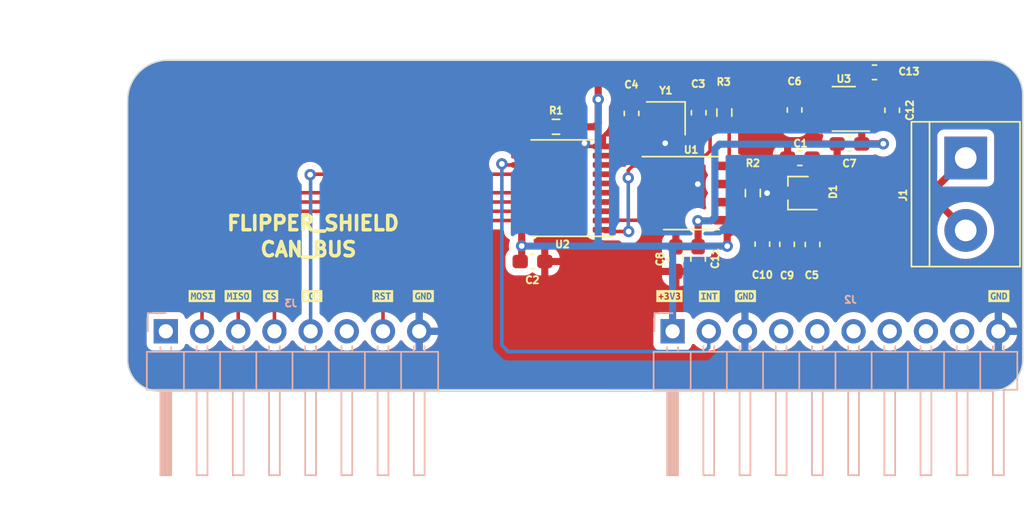
<source format=kicad_pcb>
(kicad_pcb (version 20221018) (generator pcbnew)
  (layers (0 "F.Cu" signal) (31 "B.Cu" signal) (34 "B.Paste" user) (35 "F.Paste" user) (36 "B.SilkS" user "B.Silkscreen") (37 "F.SilkS" user "F.Silkscreen") (38 "B.Mask" user) (39 "F.Mask" user) (44 "Edge.Cuts" user))
  (net 0 "")
  (net 1 "/CAN_L")
  (net 2 "GND")
  (net 3 "/SCK")
  (net 4 "+3V3")
  (net 5 "/INT")
  (net 6 "/RST")
  (net 7 "/TXD")
  (net 8 "+5V")
  (net 9 "/RXD")
  (net 10 "Net-(U1-S)")
  (net 16 "Net-(U2-OSC2)")
  (net 17 "Net-(U2-OSC1)")
  (net 21 "/MOSI")
  (net 22 "/MISO")
  (net 23 "/CS")
  (net 25 "Net-(U3-C+)")
  (net 26 "Net-(U3-C-)")
  (net 34 "/CAN_H")
  (footprint "Capacitor_SMD:C_0603_1608Metric_Pad1.08x0.95mm_HandSolder" (layer "F.Cu") (at 123.421726 85.539223 -90)
    (fp_text reference "C11" (at -0.042823 -1.190674 -90) (layer "F.SilkS") (effects (font (size 0.5 0.5) (thickness 0.125))))
    (fp_text value "0.1uf")
    (pad "1" smd roundrect (at -0.8625 0 270) (size 1.075 0.95) (layers "F.Cu" "F.Paste" "F.Mask") (net 8 "+5V"))
    (pad "2" smd roundrect (at 0.8625 0 270) (size 1.075 0.95) (layers "F.Cu" "F.Paste" "F.Mask") (net 2 "GND"))
  )
  (footprint "Capacitor_SMD:C_0603_1608Metric_Pad1.08x0.95mm_HandSolder" (layer "F.Cu") (at 127.931726 84.494223 -90)
    (fp_text reference "C10" (at 2.155777 0.001726) (layer "F.SilkS") (effects (font (size 0.5 0.5) (thickness 0.125))))
    (fp_text value "10uf" hide)
    (pad "1" smd roundrect (at -0.8625 0 270) (size 1.075 0.95) (layers "F.Cu" "F.Paste" "F.Mask") (net 4 "+3V3"))
    (pad "2" smd roundrect (at 0.8625 0 270) (size 1.075 0.95) (layers "F.Cu" "F.Paste" "F.Mask") (net 2 "GND"))
  )
  (footprint "TerminalBlock:TerminalBlock_bornier-2_P5.08mm" (layer "F.Cu") (at 142.2 78.45 -90)
    (fp_text reference "J1" (at 2.61 4.4 90) (layer "F.SilkS") (effects (font (size 0.5 0.5) (thickness 0.125))))
    (fp_text value "Conn_01x02")
    (pad "1" thru_hole rect (at 0 0 270) (size 3 3) (drill 1.52) (layers "*.Cu" "*.Mask") (net 34 "/CAN_H"))
    (pad "2" thru_hole circle (at 5.08 0 270) (size 3 3) (drill 1.52) (layers "*.Cu" "*.Mask") (net 1 "/CAN_L"))
  )
  (footprint "Resistor_SMD:R_0603_1608Metric_Pad0.98x0.95mm_HandSolder" (layer "F.Cu") (at 127.262976 80.911723 90)
    (fp_text reference "R2" (at 2.1 0) (layer "F.SilkS") (effects (font (size 0.5 0.5) (thickness 0.125))))
    (fp_text value "120")
    (pad "1" smd roundrect (at -0.9125 0 90) (size 0.975 0.95) (layers "F.Cu" "F.Paste" "F.Mask") (net 1 "/CAN_L"))
    (pad "2" smd roundrect (at 0.9125 0 90) (size 0.975 0.95) (layers "F.Cu" "F.Paste" "F.Mask") (net 34 "/CAN_H"))
  )
  (footprint "kibuzzard-644AD5FD" (layer "F.Cu") (at 104.14 88.138)
    (fp_text reference "kibuzzard-644AD5FD" hide)
    (fp_text value "G***" hide)
  )
  (footprint "Capacitor_SMD:C_0603_1608Metric_Pad1.08x0.95mm_HandSolder" (layer "F.Cu") (at 123.462976 75.274223 90)
    (fp_text reference "C3" (at 2.024223 -0.032976 180) (layer "F.SilkS") (effects (font (size 0.5 0.5) (thickness 0.125))))
    (fp_text value "22pf" hide)
    (pad "1" smd roundrect (at -0.8625 0 90) (size 1.075 0.95) (layers "F.Cu" "F.Paste" "F.Mask") (net 2 "GND"))
    (pad "2" smd roundrect (at 0.8625 0 90) (size 1.075 0.95) (layers "F.Cu" "F.Paste" "F.Mask") (net 16 "Net-(U2-OSC2)"))
  )
  (footprint "Capacitor_SMD:C_0603_1608Metric_Pad1.08x0.95mm_HandSolder" (layer "F.Cu") (at 131.451726 84.516723 90)
    (fp_text reference "C5" (at -2.153277 -0.051726 180) (layer "F.SilkS") (effects (font (size 0.5 0.5) (thickness 0.125))))
    (fp_text value "47pf")
    (pad "1" smd roundrect (at -0.8625 0 90) (size 1.075 0.95) (layers "F.Cu" "F.Paste" "F.Mask") (net 2 "GND"))
    (pad "2" smd roundrect (at 0.8625 0 90) (size 1.075 0.95) (layers "F.Cu" "F.Paste" "F.Mask") (net 1 "/CAN_L"))
  )
  (footprint "kibuzzard-644AD570" (layer "F.Cu") (at 91.1352 88.138)
    (fp_text reference "kibuzzard-644AD570" hide)
    (fp_text value "G***" hide)
  )
  (footprint "kibuzzard-644AD591" (layer "F.Cu") (at 96.3168 88.138)
    (fp_text reference "kibuzzard-644AD591" hide)
    (fp_text value "G***" hide)
  )
  (footprint "kibuzzard-644AD5B8" (layer "F.Cu") (at 101.2952 88.138)
    (fp_text reference "kibuzzard-644AD5B8" hide)
    (fp_text value "G***" hide)
  )
  (footprint "Resistor_SMD:R_0603_1608Metric_Pad0.98x0.95mm_HandSolder" (layer "F.Cu") (at 125.262976 75.261723 -90)
    (fp_text reference "R3" (at -2.15 0.05) (layer "F.SilkS") (effects (font (size 0.5 0.5) (thickness 0.125))))
    (fp_text value "10k" hide)
    (pad "1" smd roundrect (at -0.9125 0 270) (size 0.975 0.95) (layers "F.Cu" "F.Paste" "F.Mask") (net 2 "GND"))
    (pad "2" smd roundrect (at 0.9125 0 270) (size 0.975 0.95) (layers "F.Cu" "F.Paste" "F.Mask") (net 10 "Net-(U1-S)"))
  )
  (footprint "kibuzzard-644AD5FD" (layer "F.Cu") (at 126.746 88.138)
    (fp_text reference "kibuzzard-644AD5FD" hide)
    (fp_text value "G***" hide)
  )
  (footprint "Package_SO:SOIC-8_3.9x4.9mm_P1.27mm" (layer "F.Cu") (at 122.952976 80.911723)
    (fp_text reference "U1" (at -0.016976 -3.035323) (layer "F.SilkS") (effects (font (size 0.5 0.5) (thickness 0.125))))
    (fp_text value "TJA1051T/3")
    (pad "1" smd roundrect (at -2.475 -1.905) (size 1.95 0.6) (layers "F.Cu" "F.Paste" "F.Mask") (net 7 "/TXD"))
    (pad "2" smd roundrect (at -2.475 -0.635) (size 1.95 0.6) (layers "F.Cu" "F.Paste" "F.Mask") (net 2 "GND"))
    (pad "3" smd roundrect (at -2.475 0.635) (size 1.95 0.6) (layers "F.Cu" "F.Paste" "F.Mask") (net 8 "+5V"))
    (pad "4" smd roundrect (at -2.475 1.905) (size 1.95 0.6) (layers "F.Cu" "F.Paste" "F.Mask") (net 9 "/RXD"))
    (pad "5" smd roundrect (at 2.475 1.905) (size 1.95 0.6) (layers "F.Cu" "F.Paste" "F.Mask") (net 4 "+3V3"))
    (pad "6" smd roundrect (at 2.475 0.635) (size 1.95 0.6) (layers "F.Cu" "F.Paste" "F.Mask") (net 1 "/CAN_L"))
    (pad "7" smd roundrect (at 2.475 -0.635) (size 1.95 0.6) (layers "F.Cu" "F.Paste" "F.Mask") (net 34 "/CAN_H"))
    (pad "8" smd roundrect (at 2.475 -1.905) (size 1.95 0.6) (layers "F.Cu" "F.Paste" "F.Mask") (net 10 "Net-(U1-S)"))
  )
  (footprint "Capacitor_SMD:C_0603_1608Metric_Pad1.08x0.95mm_HandSolder" (layer "F.Cu") (at 118.75 75.3225 -90)
    (fp_text reference "C4" (at -2.0225 0.01 -180) (layer "F.SilkS") (effects (font (size 0.5 0.5) (thickness 0.125))))
    (fp_text value "22pf" hide)
    (pad "1" smd roundrect (at -0.8625 0 270) (size 1.075 0.95) (layers "F.Cu" "F.Paste" "F.Mask") (net 2 "GND"))
    (pad "2" smd roundrect (at 0.8625 0 270) (size 1.075 0.95) (layers "F.Cu" "F.Paste" "F.Mask") (net 17 "Net-(U2-OSC1)"))
  )
  (footprint "Capacitor_SMD:C_0603_1608Metric_Pad1.08x0.95mm_HandSolder" (layer "F.Cu") (at 135.799051 72.439998)
    (fp_text reference "C13" (at 2.420949 -0.059998) (layer "F.SilkS") (effects (font (size 0.5 0.5) (thickness 0.125))))
    (fp_text value "10uf" hide)
    (pad "1" smd roundrect (at -0.8625 0) (size 1.075 0.95) (layers "F.Cu" "F.Paste" "F.Mask") (net 4 "+3V3"))
    (pad "2" smd roundrect (at 0.8625 0) (size 1.075 0.95) (layers "F.Cu" "F.Paste" "F.Mask") (net 2 "GND"))
  )
  (footprint "Crystal:Crystal_SMD_2016-4Pin_2.0x1.6mm" (layer "F.Cu") (at 121.162976 75.661723 180)
    (fp_text reference "Y1" (at 0 1.95) (layer "F.SilkS") (effects (font (size 0.5 0.5) (thickness 0.125))))
    (fp_text value "16 Mhz")
    (pad "1" smd rect (at -0.7 0.55 180) (size 0.9 0.8) (layers "F.Cu" "F.Paste" "F.Mask") (net 16 "Net-(U2-OSC2)"))
    (pad "2" smd rect (at 0.7 0.55 180) (size 0.9 0.8) (layers "F.Cu" "F.Paste" "F.Mask") (net 2 "GND"))
    (pad "3" smd rect (at 0.7 -0.55 180) (size 0.9 0.8) (layers "F.Cu" "F.Paste" "F.Mask") (net 17 "Net-(U2-OSC1)"))
    (pad "4" smd rect (at -0.7 -0.55 180) (size 0.9 0.8) (layers "F.Cu" "F.Paste" "F.Mask") (net 2 "GND"))
  )
  (footprint "Capacitor_SMD:C_0603_1608Metric_Pad1.08x0.95mm_HandSolder" (layer "F.Cu") (at 134.04155 77.459999 180)
    (fp_text reference "C7" (at 0.00155 -1.370001) (layer "F.SilkS") (effects (font (size 0.5 0.5) (thickness 0.125))))
    (fp_text value "0.1uf")
    (pad "1" smd roundrect (at -0.8625 0 180) (size 1.075 0.95) (layers "F.Cu" "F.Paste" "F.Mask") (net 8 "+5V"))
    (pad "2" smd roundrect (at 0.8625 0 180) (size 1.075 0.95) (layers "F.Cu" "F.Paste" "F.Mask") (net 2 "GND"))
  )
  (footprint "kibuzzard-644AD57B" (layer "F.Cu") (at 88.5952 88.138)
    (fp_text reference "kibuzzard-644AD57B" hide)
    (fp_text value "G***" hide)
  )
  (footprint "Capacitor_SMD:C_0603_1608Metric_Pad1.08x0.95mm_HandSolder" (layer "F.Cu") (at 121.861726 85.546723 -90)
    (fp_text reference "C8" (at 0.000477 1.110126 -90) (layer "F.SilkS") (effects (font (size 0.5 0.5) (thickness 0.125))))
    (fp_text value "10uf" hide)
    (pad "1" smd roundrect (at -0.8625 0 270) (size 1.075 0.95) (layers "F.Cu" "F.Paste" "F.Mask") (net 8 "+5V"))
    (pad "2" smd roundrect (at 0.8625 0 270) (size 1.075 0.95) (layers "F.Cu" "F.Paste" "F.Mask") (net 2 "GND"))
  )
  (footprint "Package_TO_SOT_SMD:TSOT-23-6" (layer "F.Cu") (at 133.64155 74.999999 180)
    (fp_text reference "U3" (at 0 2.101999 180) (layer "F.SilkS") (effects (font (size 0.5 0.5) (thickness 0.125))))
    (fp_text value "AP3602AKTR-G1")
    (pad "1" smd roundrect (at -1.1375 -0.95 180) (size 1.325 0.6) (layers "F.Cu" "F.Paste" "F.Mask") (net 8 "+5V"))
    (pad "2" smd roundrect (at -1.1375 0 180) (size 1.325 0.6) (layers "F.Cu" "F.Paste" "F.Mask") (net 2 "GND"))
    (pad "3" smd roundrect (at -1.1375 0.95 180) (size 1.325 0.6) (layers "F.Cu" "F.Paste" "F.Mask") (net 4 "+3V3"))
    (pad "4" smd roundrect (at 1.1375 0.95 180) (size 1.325 0.6) (layers "F.Cu" "F.Paste" "F.Mask") (net 26 "Net-(U3-C-)"))
    (pad "5" smd roundrect (at 1.1375 0 180) (size 1.325 0.6) (layers "F.Cu" "F.Paste" "F.Mask") (net 4 "+3V3"))
    (pad "6" smd roundrect (at 1.1375 -0.95 180) (size 1.325 0.6) (layers "F.Cu" "F.Paste" "F.Mask") (net 25 "Net-(U3-C+)"))
  )
  (footprint "kibuzzard-644AD5D8" (layer "F.Cu") (at 121.412 88.138)
    (fp_text reference "kibuzzard-644AD5D8" hide)
    (fp_text value "G***" hide)
  )
  (footprint "Capacitor_SMD:C_0603_1608Metric_Pad1.08x0.95mm_HandSolder" (layer "F.Cu") (at 130.19155 75.079999 90)
    (fp_text reference "C6" (at 2.009999 -0.00155 180) (layer "F.SilkS") (effects (font (size 0.5 0.5) (thickness 0.125))))
    (fp_text value "1uf" hide)
    (pad "1" smd roundrect (at -0.8625 0 90) (size 1.075 0.95) (layers "F.Cu" "F.Paste" "F.Mask") (net 25 "Net-(U3-C+)"))
    (pad "2" smd roundrect (at 0.8625 0 90) (size 1.075 0.95) (layers "F.Cu" "F.Paste" "F.Mask") (net 26 "Net-(U3-C-)"))
  )
  (footprint "Capacitor_SMD:C_0603_1608Metric_Pad1.08x0.95mm_HandSolder" (layer "F.Cu") (at 129.661726 84.506723 -90)
    (fp_text reference "C9" (at 2.183277 0.001726) (layer "F.SilkS") (effects (font (size 0.5 0.5) (thickness 0.125))))
    (fp_text value "0.1uf" hide)
    (pad "1" smd roundrect (at -0.8625 0 270) (size 1.075 0.95) (layers "F.Cu" "F.Paste" "F.Mask") (net 4 "+3V3"))
    (pad "2" smd roundrect (at 0.8625 0 270) (size 1.075 0.95) (layers "F.Cu" "F.Paste" "F.Mask") (net 2 "GND"))
  )
  (footprint "Capacitor_SMD:C_0603_1608Metric_Pad1.08x0.95mm_HandSolder" (layer "F.Cu") (at 130.562976 78.461723 180)
    (fp_text reference "C1" (at -0.047024 1.031723) (layer "F.SilkS") (effects (font (size 0.5 0.5) (thickness 0.125))))
    (fp_text value "47pf" hide)
    (pad "1" smd roundrect (at -0.8625 0 180) (size 1.075 0.95) (layers "F.Cu" "F.Paste" "F.Mask") (net 34 "/CAN_H"))
    (pad "2" smd roundrect (at 0.8625 0 180) (size 1.075 0.95) (layers "F.Cu" "F.Paste" "F.Mask") (net 2 "GND"))
  )
  (footprint "Capacitor_SMD:C_0603_1608Metric_Pad1.08x0.95mm_HandSolder" (layer "F.Cu") (at 137.04 75.099999 90)
    (fp_text reference "C12" (at 0 1.24 90) (layer "F.SilkS") (effects (font (size 0.5 0.5) (thickness 0.125))))
    (fp_text value "10uf")
    (pad "1" smd roundrect (at -0.8625 0 90) (size 1.075 0.95) (layers "F.Cu" "F.Paste" "F.Mask") (net 8 "+5V"))
    (pad "2" smd roundrect (at 0.8625 0 90) (size 1.075 0.95) (layers "F.Cu" "F.Paste" "F.Mask") (net 2 "GND"))
  )
  (footprint "kibuzzard-644AD5FD" (layer "F.Cu") (at 144.526 88.138)
    (fp_text reference "kibuzzard-644AD5FD" hide)
    (fp_text value "G***" hide)
  )
  (footprint "Package_TO_SOT_SMD:SOT-323_SC-70" (layer "F.Cu") (at 130.4544 80.911723 180)
    (fp_text reference "D1" (at -2.4384 0.088923 90) (layer "F.SilkS") (effects (font (size 0.5 0.5) (thickness 0.125))))
    (fp_text value "PESD1CAN")
    (pad "1" smd rect (at -1 -0.65 90) (size 0.45 0.7) (layers "F.Cu" "F.Paste" "F.Mask") (net 1 "/CAN_L"))
    (pad "2" smd rect (at -1 0.65 90) (size 0.45 0.7) (layers "F.Cu" "F.Paste" "F.Mask") (net 34 "/CAN_H"))
    (pad "3" smd rect (at 1 0 90) (size 0.45 0.7) (layers "F.Cu" "F.Paste" "F.Mask") (net 2 "GND"))
  )
  (footprint "kibuzzard-644AD586" (layer "F.Cu") (at 93.4212 88.138)
    (fp_text reference "kibuzzard-644AD586" hide)
    (fp_text value "G***" hide)
  )
  (footprint "Package_SO:TSSOP-20_4.4x6.5mm_P0.65mm" (layer "F.Cu") (at 113.902976 80.561723 180)
    (fp_text reference "U2" (at 0 -3.948277) (layer "F.SilkS") (effects (font (size 0.5 0.5) (thickness 0.125))))
    (fp_text value "MCP2515-xST")
    (pad "1" smd roundrect (at -2.8625 -2.925 180) (size 1.475 0.4) (layers "F.Cu" "F.Paste" "F.Mask") (net 7 "/TXD"))
    (pad "2" smd roundrect (at -2.8625 -2.275 180) (size 1.475 0.4) (layers "F.Cu" "F.Paste" "F.Mask") (net 9 "/RXD"))
    (pad "3" smd roundrect (at -2.8625 -1.625 180) (size 1.475 0.4) (layers "F.Cu" "F.Paste" "F.Mask"))
    (pad "4" smd roundrect (at -2.8625 -0.975 180) (size 1.475 0.4) (layers "F.Cu" "F.Paste" "F.Mask"))
    (pad "5" smd roundrect (at -2.8625 -0.325 180) (size 1.475 0.4) (layers "F.Cu" "F.Paste" "F.Mask"))
    (pad "6" smd roundrect (at -2.8625 0.325 180) (size 1.475 0.4) (layers "F.Cu" "F.Paste" "F.Mask"))
    (pad "7" smd roundrect (at -2.8625 0.975 180) (size 1.475 0.4) (layers "F.Cu" "F.Paste" "F.Mask"))
    (pad "8" smd roundrect (at -2.8625 1.625 180) (size 1.475 0.4) (layers "F.Cu" "F.Paste" "F.Mask") (net 16 "Net-(U2-OSC2)"))
    (pad "9" smd roundrect (at -2.8625 2.275 180) (size 1.475 0.4) (layers "F.Cu" "F.Paste" "F.Mask") (net 17 "Net-(U2-OSC1)"))
    (pad "10" smd roundrect (at -2.8625 2.925 180) (size 1.475 0.4) (layers "F.Cu" "F.Paste" "F.Mask") (net 2 "GND"))
    (pad "11" smd roundrect (at 2.8625 2.925 180) (size 1.475 0.4) (layers "F.Cu" "F.Paste" "F.Mask"))
    (pad "12" smd roundrect (at 2.8625 2.275 180) (size 1.475 0.4) (layers "F.Cu" "F.Paste" "F.Mask"))
    (pad "13" smd roundrect (at 2.8625 1.625 180) (size 1.475 0.4) (layers "F.Cu" "F.Paste" "F.Mask") (net 5 "/INT"))
    (pad "14" smd roundrect (at 2.8625 0.975 180) (size 1.475 0.4) (layers "F.Cu" "F.Paste" "F.Mask") (net 3 "/SCK"))
    (pad "15" smd roundrect (at 2.8625 0.325 180) (size 1.475 0.4) (layers "F.Cu" "F.Paste" "F.Mask"))
    (pad "16" smd roundrect (at 2.8625 -0.325 180) (size 1.475 0.4) (layers "F.Cu" "F.Paste" "F.Mask") (net 21 "/MOSI"))
    (pad "17" smd roundrect (at 2.8625 -0.975 180) (size 1.475 0.4) (layers "F.Cu" "F.Paste" "F.Mask") (net 22 "/MISO"))
    (pad "18" smd roundrect (at 2.8625 -1.625 180) (size 1.475 0.4) (layers "F.Cu" "F.Paste" "F.Mask") (net 23 "/CS"))
    (pad "19" smd roundrect (at 2.8625 -2.275 180) (size 1.475 0.4) (layers "F.Cu" "F.Paste" "F.Mask") (net 6 "/RST"))
    (pad "20" smd roundrect (at 2.8625 -2.925 180) (size 1.475 0.4) (layers "F.Cu" "F.Paste" "F.Mask") (net 4 "+3V3"))
  )
  (footprint "kibuzzard-644AD616" (layer "F.Cu") (at 124.206 88.148716)
    (fp_text reference "kibuzzard-644AD616" hide)
    (fp_text value "G***" hide)
  )
  (footprint "Capacitor_SMD:C_0603_1608Metric_Pad1.08x0.95mm_HandSolder" (layer "F.Cu") (at 111.800476 85.711723 180)
    (fp_text reference "C2" (at 0.010476 -1.308277) (layer "F.SilkS") (effects (font (size 0.5 0.5) (thickness 0.125))))
    (fp_text value "0.1uf" hide)
    (pad "1" smd roundrect (at -0.8625 0 180) (size 1.075 0.95) (layers "F.Cu" "F.Paste" "F.Mask") (net 2 "GND"))
    (pad "2" smd roundrect (at 0.8625 0 180) (size 1.075 0.95) (layers "F.Cu" "F.Paste" "F.Mask") (net 4 "+3V3"))
  )
  (footprint "Resistor_SMD:R_0603_1608Metric_Pad0.98x0.95mm_HandSolder" (layer "F.Cu") (at 113.45 76.26 180)
    (fp_text reference "R1" (at -0.01 1.14 180) (layer "F.SilkS") (effects (font (size 0.5 0.5) (thickness 0.125))))
    (fp_text value "10k" hide)
    (pad "1" smd roundrect (at -0.9125 0 180) (size 0.975 0.95) (layers "F.Cu" "F.Paste" "F.Mask") (net 4 "+3V3"))
    (pad "2" smd roundrect (at 0.9125 0 180) (size 0.975 0.95) (layers "F.Cu" "F.Paste" "F.Mask") (net 23 "/CS"))
  )
  (footprint "Connector_PinHeader_2.54mm:PinHeader_1x08_P2.54mm_Horizontal" (layer "B.Cu") (at 86.07 90.61 -90)
    (fp_text reference "J3" (at -1.964 -8.7736) (layer "B.SilkS") (effects (font (size 0.5 0.5) (thickness 0.125)) (justify mirror)))
    (fp_text value "Conn_01x08_Socket" hide)
    (pad "1" thru_hole rect (at 0 0 270) (size 1.7 1.7) (drill 1) (layers "*.Cu" "*.Mask"))
    (pad "2" thru_hole oval (at 0 -2.54 270) (size 1.7 1.7) (drill 1) (layers "*.Cu" "*.Mask") (net 21 "/MOSI"))
    (pad "3" thru_hole oval (at 0 -5.08 270) (size 1.7 1.7) (drill 1) (layers "*.Cu" "*.Mask") (net 22 "/MISO"))
    (pad "4" thru_hole oval (at 0 -7.62 270) (size 1.7 1.7) (drill 1) (layers "*.Cu" "*.Mask") (net 23 "/CS"))
    (pad "5" thru_hole oval (at 0 -10.16 270) (size 1.7 1.7) (drill 1) (layers "*.Cu" "*.Mask") (net 3 "/SCK"))
    (pad "6" thru_hole oval (at 0 -12.7 270) (size 1.7 1.7) (drill 1) (layers "*.Cu" "*.Mask"))
    (pad "7" thru_hole oval (at 0 -15.24 270) (size 1.7 1.7) (drill 1) (layers "*.Cu" "*.Mask") (net 6 "/RST"))
    (pad "8" thru_hole oval (at 0 -17.78 270) (size 1.7 1.7) (drill 1) (layers "*.Cu" "*.Mask") (net 2 "GND"))
  )
  (footprint "Connector_PinHeader_2.54mm:PinHeader_1x10_P2.54mm_Horizontal" (layer "B.Cu") (at 121.63 90.61 -90)
    (fp_text reference "J2" (at -2.218 -12.482) (layer "B.SilkS") (effects (font (size 0.5 0.5) (thickness 0.125)) (justify mirror)))
    (fp_text value "Conn_01x10_Socket" hide)
    (pad "1" thru_hole rect (at 0 0 270) (size 1.7 1.7) (drill 1) (layers "*.Cu" "*.Mask") (net 4 "+3V3"))
    (pad "2" thru_hole oval (at 0 -2.54 270) (size 1.7 1.7) (drill 1) (layers "*.Cu" "*.Mask") (net 5 "/INT"))
    (pad "3" thru_hole oval (at 0 -5.08 270) (size 1.7 1.7) (drill 1) (layers "*.Cu" "*.Mask") (net 2 "GND"))
    (pad "4" thru_hole oval (at 0 -7.62 270) (size 1.7 1.7) (drill 1) (layers "*.Cu" "*.Mask"))
    (pad "5" thru_hole oval (at 0 -10.16 270) (size 1.7 1.7) (drill 1) (layers "*.Cu" "*.Mask"))
    (pad "6" thru_hole oval (at 0 -12.7 270) (size 1.7 1.7) (drill 1) (layers "*.Cu" "*.Mask"))
    (pad "7" thru_hole oval (at 0 -15.24 270) (size 1.7 1.7) (drill 1) (layers "*.Cu" "*.Mask"))
    (pad "8" thru_hole oval (at 0 -17.78 270) (size 1.7 1.7) (drill 1) (layers "*.Cu" "*.Mask"))
    (pad "9" thru_hole oval (at 0 -20.32 270) (size 1.7 1.7) (drill 1) (layers "*.Cu" "*.Mask"))
    (pad "10" thru_hole oval (at 0 -22.86 270) (size 1.7 1.7) (drill 1) (layers "*.Cu" "*.Mask") (net 2 "GND"))
  )
  (gr_line (start 146.2 74) (end 146.2 90.4) (stroke (width 0.1)) (layer "Edge.Cuts"))
  (gr_line (start 146.2 90.4) (end 146.2 92.6) (stroke (width 0.1)) (layer "Edge.Cuts"))
  (gr_arc (start 85.6 94.809943) (mid 84.037334 94.162666) (end 83.390057 92.6) (stroke (width 0.1)) (layer "Edge.Cuts"))
  (gr_line (start 86.2 71.592867) (end 143.8 71.592867) (stroke (width 0.1)) (layer "Edge.Cuts"))
  (gr_line (start 83.39232 90.2) (end 83.39232 92.6) (stroke (width 0.1)) (layer "Edge.Cuts"))
  (gr_line (start 83.39232 90.2) (end 83.39232 74.4) (stroke (width 0.1)) (layer "Edge.Cuts"))
  (gr_arc (start 83.392867 74.4) (mid 84.215057 72.415057) (end 86.2 71.592867) (stroke (width 0.1)) (layer "Edge.Cuts"))
  (gr_arc (start 146.2 92.6) (mid 145.555635 94.155635) (end 144 94.8) (stroke (width 0.1)) (layer "Edge.Cuts"))
  (gr_line (start 85.6 94.809943) (end 144 94.809943) (stroke (width 0.1)) (layer "Edge.Cuts"))
  (gr_arc (start 143.8 71.6) (mid 145.497056 72.302944) (end 146.2 74) (stroke (width 0.1)) (layer "Edge.Cuts"))
  (gr_text "CAN_BUS\n" (at 92.58 85.4456) (layer "F.SilkS") (effects (font (size 1 1) (thickness 0.25) bold) (justify left bottom)))
  (gr_text "FLIPPER_SHIELD\n" (at 90.24 83.6168) (layer "F.SilkS") (effects (font (size 1 1) (thickness 0.25) bold) (justify left bottom)))
  (segment (start 131.462976 83.474223) (end 131.425476 83.511723) (width 0.5) (layer "F.Cu") (net 1))
  (segment (start 131.462976 81.861723) (end 131.462976 83.642973) (width 0.5) (layer "F.Cu") (net 1))
  (segment (start 131.462976 81.861723) (end 127.300476 81.861723) (width 0.5) (layer "F.Cu") (net 1))
  (segment (start 125.602976 81.546723) (end 126.985476 81.546723) (width 0.5) (layer "F.Cu") (net 1))
  (segment (start 131.462976 83.642973) (end 131.451726 83.654223) (width 0.5) (layer "F.Cu") (net 1))
  (segment (start 126.985476 81.546723) (end 127.262976 81.824223) (width 0.5) (layer "F.Cu") (net 1))
  (segment (start 127.300476 81.861723) (end 127.262976 81.824223) (width 0.5) (layer "F.Cu") (net 1))
  (segment (start 140.2548 81.5848) (end 131.739899 81.5848) (width 0.5) (layer "F.Cu") (net 1))
  (segment (start 142.2 83.53) (end 140.2548 81.5848) (width 0.5) (layer "F.Cu") (net 1))
  (segment (start 131.739899 81.5848) (end 131.462976 81.861723) (width 0.5) (layer "F.Cu") (net 1))
  (segment (start 115.487976 77.636723) (end 115.262976 77.411723) (width 0.25) (layer "F.Cu") (net 2))
  (segment (start 136.620001 74.999999) (end 134.9306 74.999999) (width 0.25) (layer "F.Cu") (net 2))
  (segment (start 118.762976 74.449223) (end 119.800476 74.449223) (width 0.25) (layer "F.Cu") (net 2))
  (segment (start 116.765476 77.636723) (end 115.487976 77.636723) (width 0.25) (layer "F.Cu") (net 2))
  (segment (start 137.04155 74.237499) (end 137.04155 74.57845) (width 0.25) (layer "F.Cu") (net 2))
  (segment (start 137.04155 74.57845) (end 136.620001 74.999999) (width 0.25) (layer "F.Cu") (net 2))
  (segment (start 119.800476 74.449223) (end 120.462976 75.111723) (width 0.25) (layer "F.Cu") (net 2))
  (segment (start 116.740476 77.611723) (end 116.765476 77.636723) (width 0.25) (layer "F.Cu") (net 2))
  (via (at 128.262976 80.911723) (size 0.8) (drill 0.4) (layers "F.Cu" "B.Cu") (net 2))
  (via (at 115.446176 77.411723) (size 0.8) (drill 0.4) (layers "F.Cu" "B.Cu") (net 2))
  (via (at 123.4 80.28) (size 0.8) (drill 0.4) (layers "F.Cu" "B.Cu") (net 2))
  (via (at 121.112976 77.411723) (size 0.8) (drill 0.4) (layers "F.Cu" "B.Cu") (net 2))
  (segment (start 96.233277 79.586723) (end 96.2 79.62) (width 0.25) (layer "F.Cu") (net 3))
  (segment (start 111.040476 79.586723) (end 96.233277 79.586723) (width 0.25) (layer "F.Cu") (net 3))
  (via (at 96.2 79.62) (size 0.8) (drill 0.4) (layers "F.Cu" "B.Cu") (net 3))
  (segment (start 96.2 79.62) (end 96.23 79.65) (width 0.25) (layer "B.Cu") (net 3))
  (segment (start 96.23 79.65) (end 96.23 90.61) (width 0.25) (layer "B.Cu") (net 3))
  (segment (start 116.411376 72.767073) (end 116.961726 72.216723) (width 0.5) (layer "F.Cu") (net 4))
  (segment (start 125.721726 83.631723) (end 125.467976 83.631723) (width 0.5) (layer "F.Cu") (net 4))
  (segment (start 111.040476 83.486723) (end 111.040476 85.609223) (width 0.5) (layer "F.Cu") (net 4))
  (segment (start 125.717976 83.631723) (end 125.462976 83.376723) (width 0.5) (layer "F.Cu") (net 4))
  (segment (start 116.17 76.26) (end 114.3625 76.26) (width 0.5) (layer "F.Cu") (net 4))
  (segment (start 134.160002 74.049998) (end 134.9306 74.049998) (width 0.5) (layer "F.Cu") (net 4))
  (segment (start 125.721726 83.631723) (end 125.717976 83.631723) (width 0.5) (layer "F.Cu") (net 4))
  (segment (start 125.721726 83.631723) (end 125.707976 83.631723) (width 0.5) (layer "F.Cu") (net 4))
  (segment (start 125.462976 84.630723) (end 125.462976 83.876723) (width 0.5) (layer "F.Cu") (net 4))
  (segment (start 134.766551 72.269998) (end 134.936551 72.439998) (width 0.5) (layer "F.Cu") (net 4))
  (segment (start 127.944226 83.644223) (end 127.931726 83.631723) (width 0.5) (layer "F.Cu") (net 4))
  (segment (start 125.707976 83.631723) (end 125.462976 83.876723) (width 0.5) (layer "F.Cu") (net 4))
  (segment (start 134.93405 72.539999) (end 134.93405 74.046548) (width 0.5) (layer "F.Cu") (net 4))
  (segment (start 132.3525 74.999999) (end 133.210001 74.999999) (width 0.5) (layer "F.Cu") (net 4))
  (segment (start 125.462976 82.956723) (end 125.602976 82.816723) (width 0.5) (layer "F.Cu") (net 4))
  (segment (start 125.462976 83.876723) (end 125.462976 83.636723) (width 0.5) (layer "F.Cu") (net 4))
  (segment (start 125.467976 83.631723) (end 125.462976 83.636723) (width 0.5) (layer "F.Cu") (net 4))
  (segment (start 116.411376 74.333923) (end 116.411376 72.767073) (width 0.5) (layer "F.Cu") (net 4))
  (segment (start 116.961726 72.216723) (end 134.713276 72.216723) (width 0.5) (layer "F.Cu") (net 4))
  (segment (start 116.411376 74.333923) (end 116.411376 76.018624) (width 0.5) (layer "F.Cu") (net 4))
  (segment (start 129.661726 83.644223) (end 127.944226 83.644223) (width 0.5) (layer "F.Cu") (net 4))
  (segment (start 116.411376 76.018624) (end 116.17 76.26) (width 0.5) (layer "F.Cu") (net 4))
  (segment (start 134.713276 72.216723) (end 134.936551 72.439998) (width 0.5) (layer "F.Cu") (net 4))
  (segment (start 125.462976 83.636723) (end 125.462976 83.376723) (width 0.5) (layer "F.Cu") (net 4))
  (segment (start 133.210001 74.999999) (end 134.160002 74.049998) (width 0.5) (layer "F.Cu") (net 4))
  (segment (start 127.931726 83.631723) (end 125.721726 83.631723) (width 0.5) (layer "F.Cu") (net 4))
  (segment (start 134.93405 74.046548) (end 134.9306 74.049998) (width 0.5) (layer "F.Cu") (net 4))
  (segment (start 111.040476 85.609223) (end 110.937976 85.711723) (width 0.5) (layer "F.Cu") (net 4))
  (segment (start 125.462976 83.376723) (end 125.462976 82.956723) (width 0.5) (layer "F.Cu") (net 4))
  (via (at 125.462976 84.630723) (size 0.8) (drill 0.4) (layers "F.Cu" "B.Cu") (net 4))
  (via (at 116.411376 74.333923) (size 0.8) (drill 0.4) (layers "F.Cu" "B.Cu") (net 4))
  (via (at 111.040476 84.620923) (size 0.8) (drill 0.4) (layers "F.Cu" "B.Cu") (net 4))
  (segment (start 121.63 84.630723) (end 121.38 84.630723) (width 0.5) (layer "B.Cu") (net 4))
  (segment (start 116.298526 84.433923) (end 116.101726 84.630723) (width 0.5) (layer "B.Cu") (net 4))
  (segment (start 121.63 90.61) (end 121.63 84.91) (width 0.5) (layer "B.Cu") (net 4))
  (segment (start 121.38 84.630723) (end 116.721726 84.630723) (width 0.5) (layer "B.Cu") (net 4))
  (segment (start 116.411376 84.433923) (end 116.524926 84.433923) (width 0.5) (layer "B.Cu") (net 4))
  (segment (start 121.63 84.880723) (end 121.88 84.630723) (width 0.5) (layer "B.Cu") (net 4))
  (segment (start 116.721726 84.630723) (end 116.101726 84.630723) (width 0.5) (layer "B.Cu") (net 4))
  (segment (start 121.63 84.880723) (end 121.38 84.630723) (width 0.5) (layer "B.Cu") (net 4))
  (segment (start 116.411376 74.333923) (end 116.411376 84.433923) (width 0.5) (layer "B.Cu") (net 4))
  (segment (start 121.63 84.91) (end 121.63 84.880723) (width 0.5) (layer "B.Cu") (net 4))
  (segment (start 111.050276 84.630723) (end 111.040476 84.620923) (width 0.5) (layer "B.Cu") (net 4))
  (segment (start 125.462976 84.630723) (end 121.88 84.630723) (width 0.5) (layer "B.Cu") (net 4))
  (segment (start 121.63 84.91) (end 121.63 84.630723) (width 0.5) (layer "B.Cu") (net 4))
  (segment (start 121.88 84.630723) (end 121.63 84.630723) (width 0.5) (layer "B.Cu") (net 4))
  (segment (start 116.524926 84.433923) (end 116.721726 84.630723) (width 0.5) (layer "B.Cu") (net 4))
  (segment (start 111.049676 84.611723) (end 111.040476 84.620923) (width 0.5) (layer "B.Cu") (net 4))
  (segment (start 116.411376 84.433923) (end 116.298526 84.433923) (width 0.5) (layer "B.Cu") (net 4))
  (segment (start 116.101726 84.630723) (end 111.050276 84.630723) (width 0.5) (layer "B.Cu") (net 4))
  (segment (start 109.7245 78.936723) (end 109.65 78.862223) (width 0.25) (layer "F.Cu") (net 5))
  (segment (start 111.040476 78.936723) (end 109.7245 78.936723) (width 0.25) (layer "F.Cu") (net 5))
  (via (at 109.65 78.862223) (size 0.8) (drill 0.4) (layers "F.Cu" "B.Cu") (net 5))
  (segment (start 109.65 91.58) (end 110.1 92.03) (width 0.25) (layer "B.Cu") (net 5))
  (segment (start 123.88 92.03) (end 124.17 91.74) (width 0.25) (layer "B.Cu") (net 5))
  (segment (start 110.1 92.03) (end 123.88 92.03) (width 0.25) (layer "B.Cu") (net 5))
  (segment (start 124.17 91.74) (end 124.17 90.61) (width 0.25) (layer "B.Cu") (net 5))
  (segment (start 109.65 78.862223) (end 109.65 91.58) (width 0.25) (layer "B.Cu") (net 5))
  (segment (start 102.023277 82.836723) (end 101.31 83.55) (width 0.25) (layer "F.Cu") (net 6))
  (segment (start 101.31 83.55) (end 101.31 90.61) (width 0.25) (layer "F.Cu") (net 6))
  (segment (start 111.040476 82.836723) (end 102.023277 82.836723) (width 0.25) (layer "F.Cu") (net 6))
  (segment (start 116.883676 83.604923) (end 116.765476 83.486723) (width 0.25) (layer "F.Cu") (net 7))
  (segment (start 118.825176 79.006723) (end 118.519576 79.312323) (width 0.25) (layer "F.Cu") (net 7))
  (segment (start 120.302976 79.006723) (end 118.825176 79.006723) (width 0.25) (layer "F.Cu") (net 7))
  (segment (start 118.519576 79.312323) (end 118.519576 79.845723) (width 0.25) (layer "F.Cu") (net 7))
  (segment (start 118.544976 83.604923) (end 116.883676 83.604923) (width 0.25) (layer "F.Cu") (net 7))
  (via (at 118.544976 83.604923) (size 0.8) (drill 0.4) (layers "F.Cu" "B.Cu") (net 7))
  (via (at 118.519576 79.845723) (size 0.8) (drill 0.4) (layers "F.Cu" "B.Cu") (net 7))
  (segment (start 118.519576 83.579523) (end 118.544976 83.604923) (width 0.25) (layer "B.Cu") (net 7))
  (segment (start 118.519576 79.845723) (end 118.519576 83.579523) (width 0.25) (layer "B.Cu") (net 7))
  (segment (start 134.90405 75.97655) (end 134.9306 75.95) (width 0.5) (layer "F.Cu") (net 8))
  (segment (start 137.04155 75.962499) (end 134.943099 75.962499) (width 0.5) (layer "F.Cu") (net 8))
  (segment (start 136.419051 77.449998) (end 134.914051 77.449998) (width 0.5) (layer "F.Cu") (net 8))
  (segment (start 123.421726 84.676723) (end 121.869226 84.676723) (width 0.5) (layer "F.Cu") (net 8))
  (segment (start 134.914051 77.449998) (end 134.90405 77.459999) (width 0.5) (layer "F.Cu") (net 8))
  (segment (start 121.441726 81.546723) (end 120.302976 81.546723) (width 0.5) (layer "F.Cu") (net 8))
  (segment (start 121.869226 84.676723) (end 121.861726 84.684223) (width 0.5) (layer "F.Cu") (net 8))
  (segment (start 121.861726 81.966723) (end 121.441726 81.546723) (width 0.5) (layer "F.Cu") (net 8))
  (segment (start 134.90405 77.459999) (end 134.90405 75.97655) (width 0.5) (layer "F.Cu") (net 8))
  (segment (start 134.943099 75.962499) (end 134.9306 75.95) (width 0.5) (layer "F.Cu") (net 8))
  (segment (start 123.421726 82.866723) (end 123.411726 82.856723) (width 0.5) (layer "F.Cu") (net 8))
  (segment (start 121.861726 84.684223) (end 121.861726 81.966723) (width 0.5) (layer "F.Cu") (net 8))
  (segment (start 123.421726 84.676723) (end 123.421726 82.866723) (width 0.5) (layer "F.Cu") (net 8))
  (via (at 136.419051 77.449998) (size 0.8) (drill 0.4) (layers "F.Cu" "B.Cu") (net 8))
  (via (at 123.411726 82.856723) (size 0.8) (drill 0.4) (layers "F.Cu" "B.Cu") (net 8))
  (segment (start 136.389049 77.48) (end 136.419051 77.449998) (width 0.5) (layer "B.Cu") (net 8))
  (segment (start 124.343277 82.856723) (end 124.6 82.6) (width 0.5) (layer "B.Cu") (net 8))
  (segment (start 124.6 77.8) (end 124.92 77.48) (width 0.5) (layer "B.Cu") (net 8))
  (segment (start 124.6 82.6) (end 124.6 77.8) (width 0.5) (layer "B.Cu") (net 8))
  (segment (start 123.411726 82.856723) (end 124.343277 82.856723) (width 0.5) (layer "B.Cu") (net 8))
  (segment (start 124.92 77.48) (end 136.389049 77.48) (width 0.5) (layer "B.Cu") (net 8))
  (segment (start 116.785476 82.816723) (end 120.302976 82.816723) (width 0.25) (layer "F.Cu") (net 9))
  (segment (start 116.765476 82.836723) (end 116.785476 82.816723) (width 0.25) (layer "F.Cu") (net 9))
  (segment (start 125.262976 76.174223) (end 125.602976 76.514223) (width 0.25) (layer "F.Cu") (net 10))
  (segment (start 125.602976 76.514223) (end 125.602976 79.006723) (width 0.25) (layer "F.Cu") (net 10))
  (segment (start 121.862976 75.111723) (end 121.862976 74.661723) (width 0.25) (layer "F.Cu") (net 16))
  (segment (start 123.962976 78.261723) (end 118.912976 78.261723) (width 0.25) (layer "F.Cu") (net 16))
  (segment (start 121.862976 74.661723) (end 122.112976 74.411723) (width 0.25) (layer "F.Cu") (net 16))
  (segment (start 124.262976 74.811723) (end 124.262976 77.961723) (width 0.25) (layer "F.Cu") (net 16))
  (segment (start 123.462976 74.411723) (end 123.862976 74.411723) (width 0.25) (layer "F.Cu") (net 16))
  (segment (start 123.862976 74.411723) (end 124.262976 74.811723) (width 0.25) (layer "F.Cu") (net 16))
  (segment (start 118.912976 78.261723) (end 118.237976 78.936723) (width 0.25) (layer "F.Cu") (net 16))
  (segment (start 118.237976 78.936723) (end 116.765476 78.936723) (width 0.25) (layer "F.Cu") (net 16))
  (segment (start 124.262976 77.961723) (end 123.962976 78.261723) (width 0.25) (layer "F.Cu") (net 16))
  (segment (start 122.112976 74.411723) (end 123.462976 74.411723) (width 0.25) (layer "F.Cu") (net 16))
  (segment (start 121.925476 75.049223) (end 121.862976 75.111723) (width 0.25) (layer "F.Cu") (net 16))
  (segment (start 118.762976 77.711723) (end 118.187976 78.286723) (width 0.25) (layer "F.Cu") (net 17))
  (segment (start 118.800476 76.211723) (end 118.762976 76.174223) (width 0.25) (layer "F.Cu") (net 17))
  (segment (start 118.762976 76.174223) (end 118.762976 77.711723) (width 0.25) (layer "F.Cu") (net 17))
  (segment (start 118.187976 78.286723) (end 116.765476 78.286723) (width 0.25) (layer "F.Cu") (net 17))
  (segment (start 120.462976 76.211723) (end 118.800476 76.211723) (width 0.25) (layer "F.Cu") (net 17))
  (segment (start 88.61 81.42) (end 88.61 90.61) (width 0.25) (layer "F.Cu") (net 21))
  (segment (start 89.143277 80.886723) (end 88.61 81.42) (width 0.25) (layer "F.Cu") (net 21))
  (segment (start 111.040476 80.886723) (end 89.143277 80.886723) (width 0.25) (layer "F.Cu") (net 21))
  (segment (start 91.673277 81.536723) (end 91.15 82.06) (width 0.25) (layer "F.Cu") (net 22))
  (segment (start 91.15 82.06) (end 91.15 90.61) (width 0.25) (layer "F.Cu") (net 22))
  (segment (start 111.040476 81.536723) (end 91.673277 81.536723) (width 0.25) (layer "F.Cu") (net 22))
  (segment (start 112.56 81.86) (end 112.233277 82.186723) (width 0.25) (layer "F.Cu") (net 23))
  (segment (start 94.263277 82.186723) (end 93.69 82.76) (width 0.25) (layer "F.Cu") (net 23))
  (segment (start 112.233277 82.186723) (end 111.040476 82.186723) (width 0.25) (layer "F.Cu") (net 23))
  (segment (start 112.56 76.2825) (end 112.56 81.86) (width 0.25) (layer "F.Cu") (net 23))
  (segment (start 111.040476 82.186723) (end 94.263277 82.186723) (width 0.25) (layer "F.Cu") (net 23))
  (segment (start 93.69 82.76) (end 93.69 90.61) (width 0.25) (layer "F.Cu") (net 23))
  (segment (start 112.5375 76.26) (end 112.56 76.2825) (width 0.25) (layer "F.Cu") (net 23))
  (segment (start 130.199051 75.95) (end 130.19155 75.942499) (width 0.25) (layer "F.Cu") (net 25))
  (segment (start 132.3525 75.95) (end 130.199051 75.95) (width 0.25) (layer "F.Cu") (net 25))
  (segment (start 132.3525 74.049998) (end 130.359051 74.049998) (width 0.25) (layer "F.Cu") (net 26))
  (segment (start 130.359051 74.049998) (end 130.19155 74.217499) (width 0.25) (layer "F.Cu") (net 26))
  (segment (start 142.2 78.45) (end 140.2844 80.3656) (width 0.5) (layer "F.Cu") (net 34))
  (segment (start 126.985476 80.276723) (end 127.262976 79.999223) (width 0.5) (layer "F.Cu") (net 34))
  (segment (start 131.462976 79.961723) (end 127.300476 79.961723) (width 0.5) (layer "F.Cu") (net 34))
  (segment (start 131.866853 80.3656) (end 131.462976 79.961723) (width 0.5) (layer "F.Cu") (net 34))
  (segment (start 125.602976 80.276723) (end 126.985476 80.276723) (width 0.5) (layer "F.Cu") (net 34))
  (segment (start 127.300476 79.961723) (end 127.262976 79.999223) (width 0.5) (layer "F.Cu") (net 34))
  (segment (start 131.462976 79.961723) (end 131.462976 78.499223) (width 0.5) (layer "F.Cu") (net 34))
  (segment (start 140.2844 80.3656) (end 131.866853 80.3656) (width 0.5) (layer "F.Cu") (net 34))
  (zone (net 2) (net_name "GND") (layers "F&B.Cu") (connect_pads (clearance 0.5)) (min_thickness 0.25) (fill yes (thermal_gap 0.5) (thermal_bridge_width 0.5))
    (polygon (pts (xy 83.38 71.59) (xy 83.39491 94.669033) (xy 146.225242 94.691486) (xy 146.212054 71.59)))
  )
)
</source>
